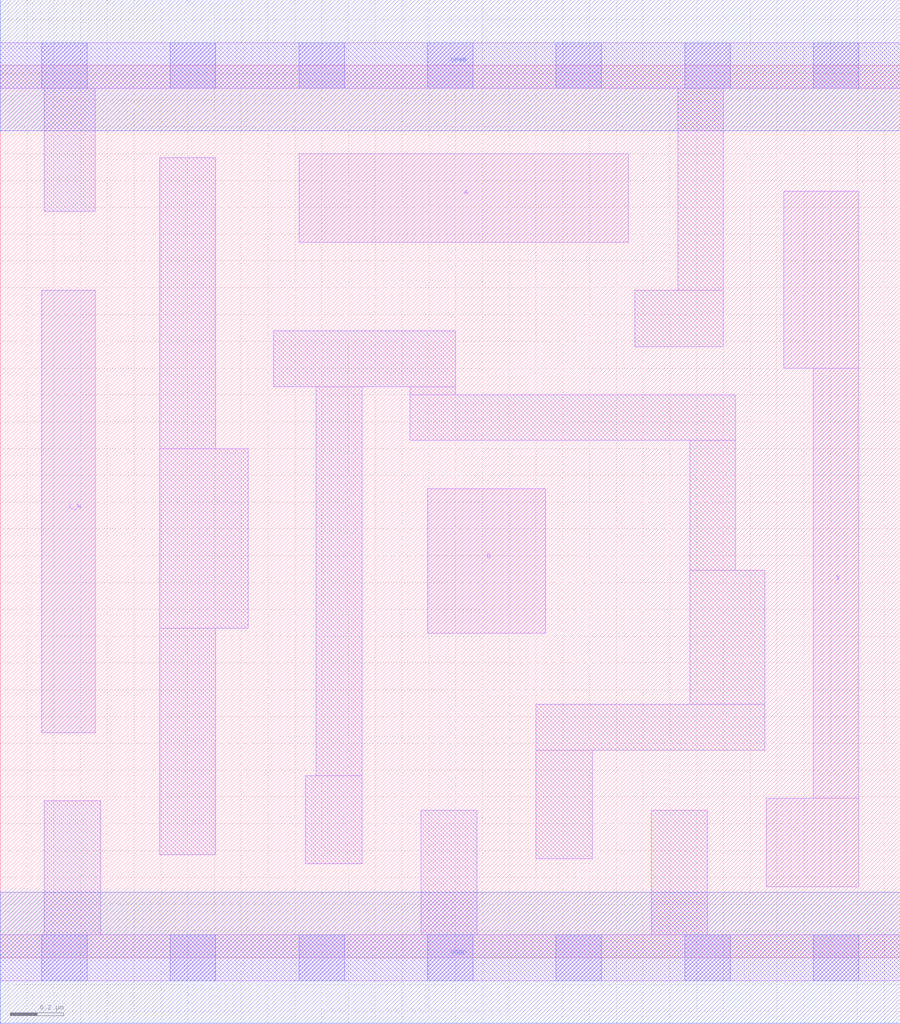
<source format=lef>
# Copyright 2020 The SkyWater PDK Authors
#
# Licensed under the Apache License, Version 2.0 (the "License");
# you may not use this file except in compliance with the License.
# You may obtain a copy of the License at
#
#     https://www.apache.org/licenses/LICENSE-2.0
#
# Unless required by applicable law or agreed to in writing, software
# distributed under the License is distributed on an "AS IS" BASIS,
# WITHOUT WARRANTIES OR CONDITIONS OF ANY KIND, either express or implied.
# See the License for the specific language governing permissions and
# limitations under the License.
#
# SPDX-License-Identifier: Apache-2.0

VERSION 5.7 ;
  NAMESCASESENSITIVE ON ;
  NOWIREEXTENSIONATPIN ON ;
  DIVIDERCHAR "/" ;
  BUSBITCHARS "[]" ;
UNITS
  DATABASE MICRONS 200 ;
END UNITS
MACRO sky130_fd_sc_lp__or3b_m
  CLASS CORE ;
  SOURCE USER ;
  FOREIGN sky130_fd_sc_lp__or3b_m ;
  ORIGIN  0.000000  0.000000 ;
  SIZE  3.360000 BY  3.330000 ;
  SYMMETRY X Y R90 ;
  SITE unit ;
  PIN A
    ANTENNAGATEAREA  0.126000 ;
    DIRECTION INPUT ;
    USE SIGNAL ;
    PORT
      LAYER li1 ;
        RECT 1.115000 2.670000 2.345000 3.000000 ;
    END
  END A
  PIN B
    ANTENNAGATEAREA  0.126000 ;
    DIRECTION INPUT ;
    USE SIGNAL ;
    PORT
      LAYER li1 ;
        RECT 1.595000 1.210000 2.035000 1.750000 ;
    END
  END B
  PIN C_N
    ANTENNAGATEAREA  0.126000 ;
    DIRECTION INPUT ;
    USE SIGNAL ;
    PORT
      LAYER li1 ;
        RECT 0.155000 0.840000 0.355000 2.490000 ;
    END
  END C_N
  PIN X
    ANTENNADIFFAREA  0.231000 ;
    DIRECTION OUTPUT ;
    USE SIGNAL ;
    PORT
      LAYER li1 ;
        RECT 2.860000 0.265000 3.205000 0.595000 ;
        RECT 2.925000 2.200000 3.205000 2.860000 ;
        RECT 3.035000 0.595000 3.205000 2.200000 ;
    END
  END X
  PIN VGND
    DIRECTION INOUT ;
    USE GROUND ;
    PORT
      LAYER met1 ;
        RECT 0.000000 -0.245000 3.360000 0.245000 ;
    END
  END VGND
  PIN VPWR
    DIRECTION INOUT ;
    USE POWER ;
    PORT
      LAYER met1 ;
        RECT 0.000000 3.085000 3.360000 3.575000 ;
    END
  END VPWR
  OBS
    LAYER li1 ;
      RECT 0.000000 -0.085000 3.360000 0.085000 ;
      RECT 0.000000  3.245000 3.360000 3.415000 ;
      RECT 0.165000  0.085000 0.375000 0.585000 ;
      RECT 0.165000  2.785000 0.355000 3.245000 ;
      RECT 0.595000  0.385000 0.805000 1.230000 ;
      RECT 0.595000  1.230000 0.925000 1.900000 ;
      RECT 0.595000  1.900000 0.805000 2.985000 ;
      RECT 1.020000  2.130000 1.700000 2.340000 ;
      RECT 1.140000  0.350000 1.350000 0.680000 ;
      RECT 1.180000  0.680000 1.350000 2.130000 ;
      RECT 1.530000  1.930000 2.745000 2.100000 ;
      RECT 1.530000  2.100000 1.700000 2.130000 ;
      RECT 1.570000  0.085000 1.780000 0.550000 ;
      RECT 2.000000  0.370000 2.210000 0.775000 ;
      RECT 2.000000  0.775000 2.855000 0.945000 ;
      RECT 2.370000  2.280000 2.700000 2.490000 ;
      RECT 2.430000  0.085000 2.640000 0.550000 ;
      RECT 2.530000  2.490000 2.700000 3.245000 ;
      RECT 2.575000  0.945000 2.855000 1.445000 ;
      RECT 2.575000  1.445000 2.745000 1.930000 ;
    LAYER mcon ;
      RECT 0.155000 -0.085000 0.325000 0.085000 ;
      RECT 0.155000  3.245000 0.325000 3.415000 ;
      RECT 0.635000 -0.085000 0.805000 0.085000 ;
      RECT 0.635000  3.245000 0.805000 3.415000 ;
      RECT 1.115000 -0.085000 1.285000 0.085000 ;
      RECT 1.115000  3.245000 1.285000 3.415000 ;
      RECT 1.595000 -0.085000 1.765000 0.085000 ;
      RECT 1.595000  3.245000 1.765000 3.415000 ;
      RECT 2.075000 -0.085000 2.245000 0.085000 ;
      RECT 2.075000  3.245000 2.245000 3.415000 ;
      RECT 2.555000 -0.085000 2.725000 0.085000 ;
      RECT 2.555000  3.245000 2.725000 3.415000 ;
      RECT 3.035000 -0.085000 3.205000 0.085000 ;
      RECT 3.035000  3.245000 3.205000 3.415000 ;
  END
END sky130_fd_sc_lp__or3b_m

</source>
